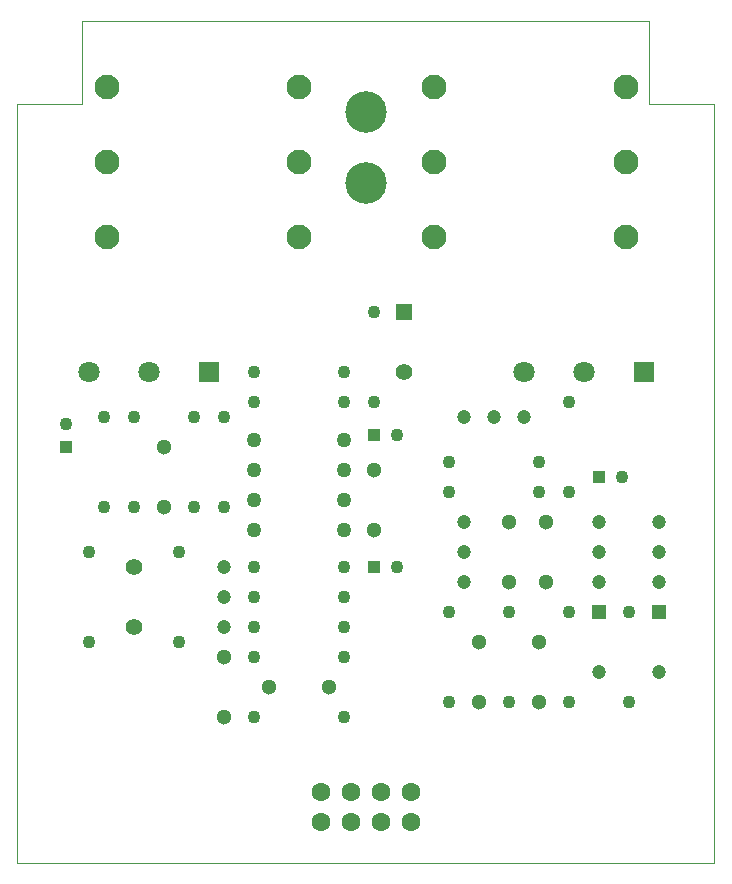
<source format=gbs>
G75*
%MOIN*%
%OFA0B0*%
%FSLAX25Y25*%
%IPPOS*%
%LPD*%
%AMOC8*
5,1,8,0,0,1.08239X$1,22.5*
%
%ADD10R,0.07087X0.07087*%
%ADD11C,0.07087*%
%ADD12C,0.08268*%
%ADD13C,0.13843*%
%ADD14C,0.06299*%
%ADD15C,0.00000*%
%ADD16C,0.05512*%
%ADD17R,0.05512X0.05512*%
%ADD18R,0.04331X0.04331*%
%ADD19C,0.04331*%
%ADD20C,0.05118*%
%ADD21C,0.04724*%
%ADD22C,0.05000*%
%ADD23R,0.04724X0.04724*%
D10*
X0068750Y0169163D03*
X0213750Y0169163D03*
D11*
X0193750Y0169163D03*
X0173750Y0169163D03*
X0048750Y0169163D03*
X0028750Y0169163D03*
D12*
X0034801Y0214350D03*
X0034801Y0239350D03*
X0034801Y0264350D03*
X0098699Y0264350D03*
X0098699Y0239350D03*
X0098699Y0214350D03*
X0143801Y0214350D03*
X0143801Y0239350D03*
X0143801Y0264350D03*
X0207699Y0264350D03*
X0207699Y0239350D03*
X0207699Y0214350D03*
D13*
X0121250Y0232188D03*
X0121250Y0255810D03*
D14*
X0116250Y0029100D03*
X0116250Y0019100D03*
X0106250Y0019100D03*
X0106250Y0029100D03*
X0126250Y0029100D03*
X0126250Y0019100D03*
X0136250Y0019100D03*
X0136250Y0029100D03*
D15*
X0237283Y0005600D02*
X0005000Y0005600D01*
X0005000Y0258631D01*
X0026654Y0258631D01*
X0026654Y0286191D01*
X0215630Y0286191D01*
X0215630Y0258631D01*
X0237283Y0258631D01*
X0237283Y0005600D01*
D16*
X0133750Y0169100D03*
X0043750Y0104100D03*
X0043750Y0084100D03*
D17*
X0133750Y0189100D03*
D18*
X0123810Y0148100D03*
X0123810Y0104100D03*
X0198810Y0134100D03*
X0021250Y0144160D03*
D19*
X0021250Y0152040D03*
X0033750Y0154100D03*
X0043750Y0154100D03*
X0063750Y0154100D03*
X0073750Y0154100D03*
X0083750Y0159100D03*
X0083750Y0169100D03*
X0113750Y0169100D03*
X0113750Y0159100D03*
X0123750Y0159100D03*
X0131690Y0148100D03*
X0148750Y0139100D03*
X0148750Y0129100D03*
X0131690Y0104100D03*
X0113750Y0104100D03*
X0113750Y0094100D03*
X0113750Y0084100D03*
X0113750Y0074100D03*
X0113750Y0054100D03*
X0083750Y0054100D03*
X0083750Y0074100D03*
X0083750Y0084100D03*
X0083750Y0094100D03*
X0083750Y0104100D03*
X0073750Y0124100D03*
X0063750Y0124100D03*
X0058750Y0109100D03*
X0043750Y0124100D03*
X0033750Y0124100D03*
X0028750Y0109100D03*
X0028750Y0079100D03*
X0058750Y0079100D03*
X0148750Y0089100D03*
X0168750Y0089100D03*
X0188750Y0089100D03*
X0208750Y0089100D03*
X0208750Y0059100D03*
X0188750Y0059100D03*
X0168750Y0059100D03*
X0148750Y0059100D03*
X0178750Y0129100D03*
X0178750Y0139100D03*
X0188750Y0129100D03*
X0206690Y0134100D03*
X0188750Y0159100D03*
X0123750Y0189100D03*
D20*
X0123750Y0136600D03*
X0123750Y0116600D03*
X0158750Y0079100D03*
X0158750Y0059100D03*
X0178750Y0059100D03*
X0178750Y0079100D03*
X0181250Y0099100D03*
X0168750Y0099100D03*
X0168750Y0119100D03*
X0181250Y0119100D03*
X0108750Y0064100D03*
X0088750Y0064100D03*
X0073750Y0054100D03*
X0073750Y0074100D03*
X0053750Y0124100D03*
X0053750Y0144100D03*
D21*
X0073750Y0104100D03*
X0073750Y0094100D03*
X0073750Y0084100D03*
X0153750Y0099100D03*
X0153750Y0109100D03*
X0153750Y0119100D03*
X0153750Y0154100D03*
X0163750Y0154100D03*
X0173750Y0154100D03*
X0198750Y0119100D03*
X0198750Y0109100D03*
X0198750Y0099100D03*
X0218750Y0099100D03*
X0218750Y0109100D03*
X0218750Y0119100D03*
X0218750Y0069100D03*
X0198750Y0069100D03*
D22*
X0113750Y0116600D03*
X0113750Y0126600D03*
X0113750Y0136600D03*
X0113750Y0146600D03*
X0083750Y0146600D03*
X0083750Y0136600D03*
X0083750Y0126600D03*
X0083750Y0116600D03*
D23*
X0198750Y0089100D03*
X0218750Y0089100D03*
M02*

</source>
